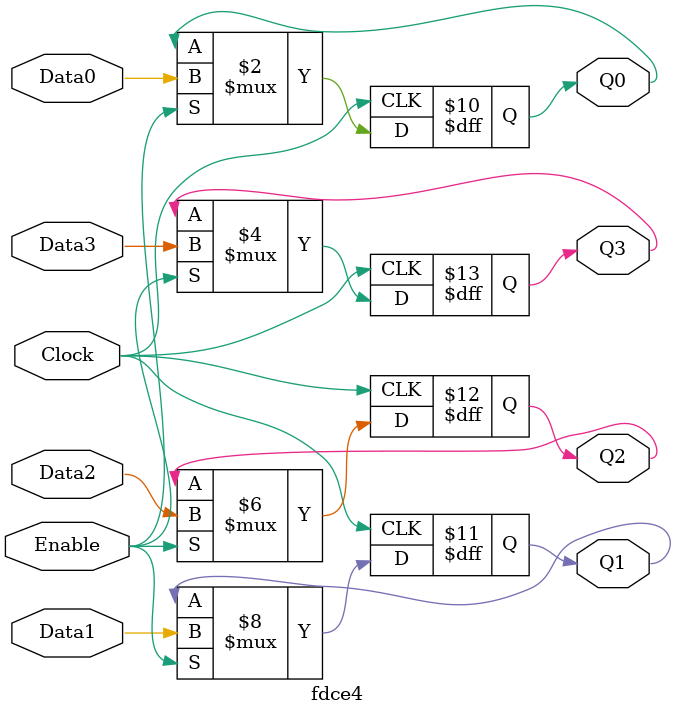
<source format=v>
module fdce4(
	Clock, Enable,
	Data0, Data1, Data2, Data3,
	Q0, Q1, Q2, Q3
);
input Clock, Enable;
input Data0, Data1, Data2, Data3;
output reg Q0, Q1, Q2, Q3;
always @(posedge Clock)
	if (Enable)
		{Q0, Q1, Q2, Q3} <= {Data0, Data1, Data2, Data3};
endmodule
</source>
